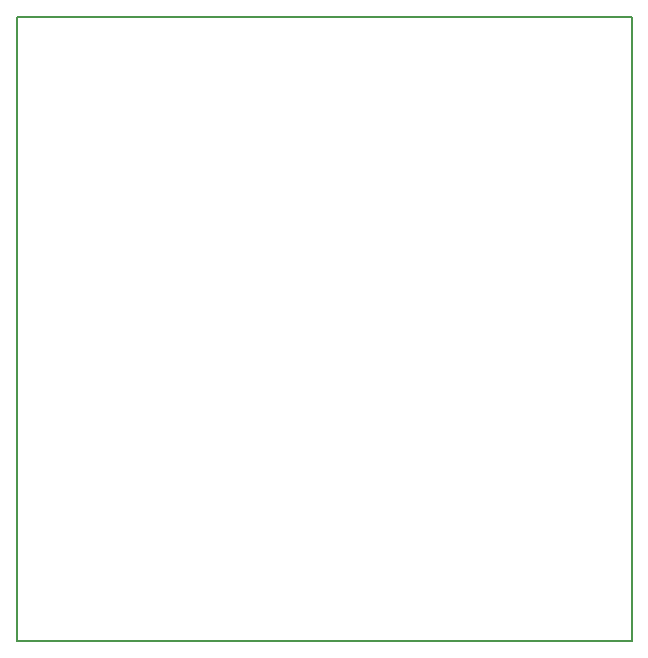
<source format=gm1>
G04 MADE WITH FRITZING*
G04 WWW.FRITZING.ORG*
G04 DOUBLE SIDED*
G04 HOLES PLATED*
G04 CONTOUR ON CENTER OF CONTOUR VECTOR*
%ASAXBY*%
%FSLAX23Y23*%
%MOIN*%
%OFA0B0*%
%SFA1.0B1.0*%
%ADD10R,2.059260X2.088260*%
%ADD11C,0.008000*%
%ADD10C,0.008*%
%LNCONTOUR*%
G90*
G70*
G54D10*
G54D11*
X4Y2084D02*
X2055Y2084D01*
X2055Y4D01*
X4Y4D01*
X4Y2084D01*
D02*
G04 End of contour*
M02*
</source>
